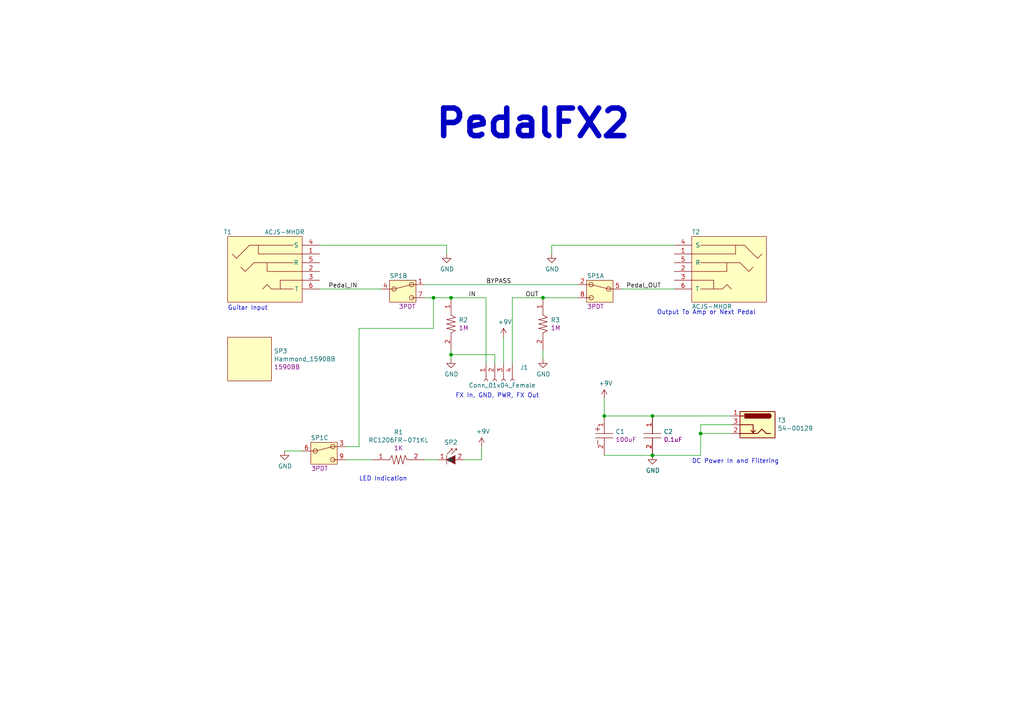
<source format=kicad_sch>
(kicad_sch (version 20230121) (generator eeschema)
  (paper "A4")
  (lib_symbols
    (symbol "PedalFX2_1590BB_Vert-rescue:3PDT-StompSwitch_Alt-Special" (pin_names (offset 1.016))
      (property "Reference" "SP" (at -8.89 3.81 0))
      (property "Value" "Special_3PDT-StompSwitch_Alt" (at 0 -5.08 0))
      (property "_Value_" "3PDT" (at 58.42 63.5 0))
      (symbol "3PDT-StompSwitch_Alt-Special_1_1"
        (rectangle (start -3.81 2.54) (end 3.81 -3.81) (fill (type background)))
        (circle (center -2.54 0) (radius 0.635))
        (polyline (pts (xy -2.54 0) (xy -3.81 0)))
        (polyline (pts (xy -2.54 0) (xy 2.54 1.27)))
        (polyline (pts (xy 3.81 -2.54) (xy 2.54 -2.54)))
        (polyline (pts (xy 3.81 1.27) (xy 2.54 1.27)))
        (circle (center 2.54 -2.54) (radius 0.635))
        (circle (center 2.54 1.27) (radius 0.635))
        (pin passive line (at 6.35 1.27 180) (length 2.54) (name "~") (number "2"))
        (pin passive line (at -6.35 0 0) (length 2.54) (name "~") (number "5"))
        (pin passive line (at 6.35 -2.54 180) (length 2.54) (name "~") (number "8"))
      )
      (symbol "3PDT-StompSwitch_Alt-Special_2_1"
        (rectangle (start -3.81 2.54) (end 3.81 2.54))
        (circle (center -2.54 0) (radius 0.635))
        (polyline (pts (xy -3.81 0) (xy -2.54 0)))
        (polyline (pts (xy -2.54 0) (xy 2.54 1.27)))
        (polyline (pts (xy 2.54 -2.54) (xy 3.81 -2.54)))
        (polyline (pts (xy 3.81 1.27) (xy 2.54 1.27)))
        (circle (center 2.54 -2.54) (radius 0.635))
        (circle (center 2.54 1.27) (radius 0.635))
        (rectangle (start 3.81 2.54) (end -3.81 -3.81) (fill (type background)))
        (pin passive line (at 6.35 1.27 180) (length 2.54) (name "~") (number "1"))
        (pin passive line (at -6.35 0 0) (length 2.54) (name "~") (number "4"))
        (pin passive line (at 6.35 -2.54 180) (length 2.54) (name "~") (number "7"))
      )
      (symbol "3PDT-StompSwitch_Alt-Special_3_1"
        (rectangle (start -3.81 2.54) (end 3.81 -3.81) (fill (type background)))
        (circle (center -2.54 0) (radius 0.635))
        (polyline (pts (xy -2.54 0) (xy -3.81 0)))
        (polyline (pts (xy -2.54 0) (xy 2.54 1.27)))
        (polyline (pts (xy 2.54 -2.54) (xy 3.81 -2.54)))
        (polyline (pts (xy 3.81 1.27) (xy 2.54 1.27)))
        (circle (center 2.54 -2.54) (radius 0.635))
        (circle (center 2.54 1.27) (radius 0.635))
        (pin passive line (at 6.35 1.27 180) (length 2.54) (name "~") (number "3"))
        (pin passive line (at -6.35 0 0) (length 2.54) (name "~") (number "6"))
        (pin passive line (at 6.35 -2.54 180) (length 2.54) (name "~") (number "9"))
      )
    )
    (symbol "PedalFX2_1590BB_Vert-rescue:54-00129-Connectors" (pin_names (offset 1.016))
      (property "Reference" "T" (at -5.08 5.08 0))
      (property "Value" "Connectors_54-00129" (at 0 -5.08 0))
      (symbol "54-00129-Connectors_1_1"
        (rectangle (start -5.08 3.81) (end 5.08 -3.81) (stroke (width 0.254)) (fill (type background)))
        (arc (start -3.302 3.175) (mid -3.9343 2.54) (end -3.302 1.905) (stroke (width 0.254)))
        (arc (start -3.302 3.175) (mid -3.9343 2.54) (end -3.302 1.905) (stroke (width 0.254)) (fill (type outline)))
        (polyline (pts (xy 1.27 -2.286) (xy 1.905 -1.651)) (stroke (width 0.254)))
        (polyline (pts (xy 5.08 2.54) (xy 3.81 2.54)) (stroke (width 0.254)))
        (polyline (pts (xy 5.08 0) (xy 1.27 0) (xy 1.27 -2.286) (xy 0.635 -1.651)) (stroke (width 0.254)))
        (polyline (pts (xy -3.81 -2.54) (xy -2.54 -2.54) (xy -1.27 -1.27) (xy 0 -2.54) (xy 2.54 -2.54) (xy 5.08 -2.54)) (stroke (width 0.254)))
        (rectangle (start 3.683 3.175) (end -3.302 1.905) (stroke (width 0.254)) (fill (type outline)))
        (pin passive line (at 7.62 2.54 180) (length 2.54) (name "~") (number "1"))
        (pin passive line (at 7.62 -2.54 180) (length 2.54) (name "~") (number "2"))
        (pin passive line (at 7.62 0 180) (length 2.54) (name "~") (number "3"))
      )
    )
    (symbol "PedalFX2_1590BB_Vert-rescue:ACJS-MHDR-Connectors" (pin_names (offset 1.016))
      (property "Reference" "T" (at 0 40.64 0))
      (property "Value" "Connectors_ACJS-MHDR" (at 3.81 43.18 0))
      (symbol "ACJS-MHDR-Connectors_0_1"
        (rectangle (start -21.59 5.08) (end 0 -13.97) (fill (type background)))
        (polyline (pts (xy -20.32 0) (xy -19.05 -1.27)))
        (polyline (pts (xy -11.43 -10.16) (xy -11.43 -10.16)))
        (polyline (pts (xy -10.16 -8.89) (xy -11.43 -10.16)))
        (polyline (pts (xy -6.35 -10.16) (xy -6.35 -7.62)))
        (polyline (pts (xy 0 -7.62) (xy -6.35 -7.62)))
        (polyline (pts (xy -2.54 -10.16) (xy -8.89 -10.16) (xy -10.16 -8.89)))
        (polyline (pts (xy -2.54 2.54) (xy -15.24 2.54) (xy -19.05 -1.27)))
        (polyline (pts (xy 0 -5.08) (xy -10.16 -5.08) (xy -10.16 -2.54)))
        (polyline (pts (xy 0 0) (xy -12.7 0) (xy -12.7 2.54)))
        (polyline (pts (xy -2.54 -2.54) (xy -13.97 -2.54) (xy -16.51 -5.08) (xy -17.78 -3.81)))
      )
      (symbol "ACJS-MHDR-Connectors_1_1"
        (pin passive line (at 5.08 0 180) (length 5.08) (name "~") (number "1"))
        (pin passive line (at 5.08 -5.08 180) (length 5.08) (name "~") (number "2"))
        (pin passive line (at 5.08 -7.62 180) (length 5.08) (name "~") (number "3"))
        (pin passive line (at 5.08 2.54 180) (length 5.08) (name "S") (number "4"))
        (pin passive line (at 5.08 -2.54 180) (length 5.08) (name "R") (number "5"))
        (pin passive line (at 5.08 -10.16 180) (length 5.08) (name "T") (number "6"))
      )
    )
    (symbol "PedalFX2_1590BB_Vert-rescue:CL21B104KCFNNNE-AVR-KiCAD-Lib-Capacitors" (pin_names (offset 1.016))
      (property "Reference" "C" (at -2.54 2.54 0))
      (property "_Value_" "0.1uF" (at 58.42 63.5 0))
      (symbol "CL21B104KCFNNNE-AVR-KiCAD-Lib-Capacitors_1_1"
        (polyline (pts (xy 0 2.54) (xy 0 -2.54)))
        (polyline (pts (xy 1.27 2.54) (xy 1.27 -2.54)))
        (pin input line (at -5.08 0 0) (length 5.08) (name "~") (number "1"))
        (pin input line (at 6.35 0 180) (length 5.08) (name "~") (number "2"))
      )
    )
    (symbol "PedalFX2_1590BB_Vert-rescue:Conn_01x04_Female-Connector" (pin_names (offset 1.016) hide)
      (property "Reference" "J" (at 0 5.08 0))
      (property "Value" "Connector_Conn_01x04_Female" (at 0 -7.62 0))
      (symbol "Conn_01x04_Female-Connector_1_1"
        (arc (start 0 -4.572) (mid -0.5058 -5.08) (end 0 -5.588) (stroke (width 0.1524)))
        (arc (start 0 -2.032) (mid -0.5058 -2.54) (end 0 -3.048) (stroke (width 0.1524)))
        (polyline (pts (xy -1.27 -5.08) (xy -0.508 -5.08)) (stroke (width 0.1524)))
        (polyline (pts (xy -1.27 -2.54) (xy -0.508 -2.54)) (stroke (width 0.1524)))
        (polyline (pts (xy -1.27 0) (xy -0.508 0)) (stroke (width 0.1524)))
        (polyline (pts (xy -1.27 2.54) (xy -0.508 2.54)) (stroke (width 0.1524)))
        (arc (start 0 0.508) (mid -0.5058 0) (end 0 -0.508) (stroke (width 0.1524)))
        (arc (start 0 3.048) (mid -0.5058 2.54) (end 0 2.032) (stroke (width 0.1524)))
        (pin passive line (at -5.08 2.54 0) (length 3.81) (name "Pin_1") (number "1"))
        (pin passive line (at -5.08 0 0) (length 3.81) (name "Pin_2") (number "2"))
        (pin passive line (at -5.08 -2.54 0) (length 3.81) (name "Pin_3") (number "3"))
        (pin passive line (at -5.08 -5.08 0) (length 3.81) (name "Pin_4") (number "4"))
      )
    )
    (symbol "PedalFX2_1590BB_Vert-rescue:HLMP-4700-C0002-Special" (pin_names (offset 1.016))
      (property "Reference" "SP" (at -2.54 2.54 0))
      (property "Value" "Special_HLMP-4700-C0002" (at 1.27 5.08 0))
      (symbol "HLMP-4700-C0002-Special_0_1"
        (polyline (pts (xy 1.651 3.175) (xy 1.143 3.175)))
      )
      (symbol "HLMP-4700-C0002-Special_1_1"
        (polyline (pts (xy -1.27 1.27) (xy -1.27 -1.27)) (stroke (width 0.1524)))
        (polyline (pts (xy 0.127 1.651) (xy 1.651 3.175) (xy 1.651 2.667)))
        (polyline (pts (xy 1.27 1.27) (xy -1.27 0) (xy 1.27 -1.27)) (fill (type outline)))
        (polyline (pts (xy -1.143 1.651) (xy 0.381 3.175) (xy 0.381 2.667) (xy 0.381 3.175) (xy -0.127 3.175)))
        (pin passive line (at -3.81 0 0) (length 2.54) (name "K") (number "1"))
        (pin passive line (at 3.81 0 180) (length 2.54) (name "A") (number "2"))
      )
    )
    (symbol "PedalFX2_1590BB_Vert-rescue:Hammond_1590BB-Special" (pin_names (offset 1.016))
      (property "Reference" "SP" (at 1.27 1.27 0))
      (property "Value" "Special_Hammond_1590BB" (at 8.89 -13.97 0))
      (property "_Value_" "1590BB" (at 58.42 63.5 0))
      (symbol "Hammond_1590BB-Special_0_1"
        (rectangle (start 0 0) (end 12.7 -12.7) (fill (type background)))
      )
    )
    (symbol "PedalFX2_1590BB_Vert-rescue:RC1206FR-071KL-Resistors" (pin_names (offset 1.016))
      (property "Reference" "R" (at -2.54 2.54 0))
      (property "Value" "Resistors_RC1206FR-071KL" (at 1.27 5.08 0))
      (property "_Value_" "1K" (at 58.42 63.5 0))
      (symbol "RC1206FR-071KL-Resistors_1_1"
        (polyline (pts (xy -2.54 0) (xy -1.905 1.27) (xy -1.27 -1.27) (xy -0.635 1.27) (xy 0 -1.27) (xy 0.635 1.27) (xy 1.27 -1.27) (xy 1.905 1.27) (xy 2.54 0)))
        (pin passive line (at -7.62 0 0) (length 5.08) (name "~") (number "1"))
        (pin passive line (at 7.62 0 180) (length 5.08) (name "~") (number "2"))
      )
    )
    (symbol "PedalFX2_1590BB_Vert-rescue:RC1206FR-071ML-Resistors" (pin_names (offset 1.016))
      (property "Reference" "R" (at -2.54 2.54 0))
      (property "Value" "Resistors_RC1206FR-071ML" (at 1.27 5.08 0))
      (property "_Value_" "1M" (at 58.42 63.5 0))
      (symbol "RC1206FR-071ML-Resistors_1_1"
        (polyline (pts (xy -2.54 0) (xy -1.905 1.27) (xy -1.27 -1.27) (xy -0.635 1.27) (xy 0 -1.27) (xy 0.635 1.27) (xy 1.27 -1.27) (xy 1.905 1.27) (xy 2.54 0)))
        (pin passive line (at -7.62 0 0) (length 5.08) (name "~") (number "1"))
        (pin passive line (at 7.62 0 180) (length 5.08) (name "~") (number "2"))
      )
    )
    (symbol "PedalFX2_1590BB_Vert-rescue:UFW1H101MPD-AVR-KiCAD-Lib-Capacitors" (pin_names (offset 1.016))
      (property "Reference" "C" (at -2.54 2.54 0))
      (property "_Value_" "100uF" (at 58.42 63.5 0))
      (symbol "UFW1H101MPD-AVR-KiCAD-Lib-Capacitors_0_1"
        (polyline (pts (xy -1.27 -1.27) (xy -1.27 -2.54)))
        (polyline (pts (xy -0.635 -1.905) (xy -1.905 -1.905)))
        (polyline (pts (xy 1.905 -1.905) (xy 3.175 -1.905)))
      )
      (symbol "UFW1H101MPD-AVR-KiCAD-Lib-Capacitors_1_1"
        (polyline (pts (xy 0 2.54) (xy 0 -2.54)))
        (polyline (pts (xy 1.27 2.54) (xy 1.27 -2.54)))
        (pin input line (at -5.08 0 0) (length 5.08) (name "~") (number "1"))
        (pin input line (at 6.35 0 180) (length 5.08) (name "~") (number "2"))
      )
    )
    (symbol "power:+9V" (power) (pin_names (offset 0))
      (property "Value" "+9V" (at 0 3.556 0))
      (symbol "+9V_0_1"
        (polyline (pts (xy -0.762 1.27) (xy 0 2.54)))
        (polyline (pts (xy 0 0) (xy 0 2.54)))
        (polyline (pts (xy 0 2.54) (xy 0.762 1.27)))
      )
      (symbol "+9V_1_1"
        (pin power_in line (at 0 0 90) (length 0) hide (name "+9V") (number "1"))
      )
    )
    (symbol "power:GND" (power) (pin_names (offset 0))
      (property "Value" "GND" (at 0 -3.81 0))
      (symbol "GND_0_1"
        (polyline (pts (xy 0 0) (xy 0 -1.27) (xy 1.27 -1.27) (xy 0 -2.54) (xy -1.27 -1.27) (xy 0 -1.27)))
      )
      (symbol "GND_1_1"
        (pin power_in line (at 0 0 270) (length 0) hide (name "GND") (number "1"))
      )
    )
  )
  (junction (at 125.73 86.36))
  (junction (at 203.2 125.73))
  (junction (at 189.23 120.65))
  (junction (at 175.26 120.65))
  (junction (at 157.48 86.36))
  (junction (at 130.81 86.36))
  (junction (at 189.23 132.08))
  (junction (at 130.81 102.87))
  (wire (pts (xy 212.09 123.19) (xy 203.2 123.19)))
  (wire (pts (xy 104.14 95.25) (xy 125.73 95.25)))
  (wire (pts (xy 125.73 95.25) (xy 125.73 86.36)))
  (wire (pts (xy 110.49 83.82) (xy 92.71 83.82)))
  (wire (pts (xy 123.19 133.35) (xy 127 133.35)))
  (wire (pts (xy 100.33 129.54) (xy 104.14 129.54)))
  (wire (pts (xy 143.51 102.87) (xy 130.81 102.87)))
  (wire (pts (xy 175.26 132.08) (xy 189.23 132.08)))
  (wire (pts (xy 123.19 82.55) (xy 167.64 82.55)))
  (wire (pts (xy 139.7 133.35) (xy 134.62 133.35)))
  (wire (pts (xy 92.71 71.12) (xy 129.54 71.12)))
  (wire (pts (xy 140.97 86.36) (xy 140.97 105.41)))
  (wire (pts (xy 175.26 115.57) (xy 175.26 120.65)))
  (wire (pts (xy 148.59 105.41) (xy 148.59 86.36)))
  (wire (pts (xy 129.54 71.12) (xy 129.54 73.66)))
  (wire (pts (xy 100.33 133.35) (xy 107.95 133.35)))
  (wire (pts (xy 212.09 125.73) (xy 203.2 125.73)))
  (wire (pts (xy 130.81 86.36) (xy 140.97 86.36)))
  (wire (pts (xy 139.7 129.54) (xy 139.7 133.35)))
  (wire (pts (xy 125.73 86.36) (xy 130.81 86.36)))
  (wire (pts (xy 160.02 71.12) (xy 160.02 73.66)))
  (wire (pts (xy 157.48 101.6) (xy 157.48 104.14)))
  (wire (pts (xy 203.2 132.08) (xy 189.23 132.08)))
  (wire (pts (xy 195.58 71.12) (xy 160.02 71.12)))
  (wire (pts (xy 143.51 105.41) (xy 143.51 102.87)))
  (wire (pts (xy 203.2 125.73) (xy 203.2 132.08)))
  (wire (pts (xy 189.23 120.65) (xy 212.09 120.65)))
  (wire (pts (xy 189.23 120.65) (xy 175.26 120.65)))
  (wire (pts (xy 130.81 104.14) (xy 130.81 102.87)))
  (wire (pts (xy 123.19 86.36) (xy 125.73 86.36)))
  (wire (pts (xy 87.63 130.81) (xy 82.55 130.81)))
  (wire (pts (xy 130.81 102.87) (xy 130.81 101.6)))
  (wire (pts (xy 203.2 123.19) (xy 203.2 125.73)))
  (wire (pts (xy 146.05 97.79) (xy 146.05 105.41)))
  (wire (pts (xy 104.14 129.54) (xy 104.14 95.25)))
  (wire (pts (xy 157.48 86.36) (xy 167.64 86.36)))
  (wire (pts (xy 195.58 83.82) (xy 180.34 83.82)))
  (wire (pts (xy 148.59 86.36) (xy 157.48 86.36)))
  (text "DC Power In and Filtering" (at 200.66 134.62 0) (effects (font (size 1.27 1.27)) (justify left bottom)))
  (text "LED Indication" (at 104.14 139.7 0) (effects (font (size 1.27 1.27)) (justify left bottom)))
  (text "Guitar Input" (at 66.04 90.17 0) (effects (font (size 1.27 1.27)) (justify left bottom)))
  (text "PedalFX2" (at 125.73 40.64 0) (effects (font (size 8.001 8.001) (thickness 1.6002) bold) (justify left bottom)))
  (text "Output To Amp or Next Pedal" (at 190.5 91.44 0) (effects (font (size 1.27 1.27)) (justify left bottom)))
  (text "FX In, GND, PWR, FX Out" (at 132.08 115.57 0) (effects (font (size 1.27 1.27)) (justify left bottom)))
  (label "BYPASS" (at 140.97 82.55 0))
  (label "IN" (at 135.89 86.36 0))
  (label "OUT" (at 152.4 86.36 0))
  (label "Pedal_IN" (at 95.25 83.82 0))
  (label "Pedal_OUT" (at 181.61 83.82 0))
  (symbol (lib_id "PedalFX2_1590BB_Vert-rescue:3PDT-StompSwitch_Alt-Special") (at 173.99 83.82 0) (mirror y) (unit 1)
    (property "Reference" "SP1" (at 172.72 80.01 0))
    (property "Value" "3PDT-StompSwitch_Alt" (effects hide))
    (property "Footprint" "AVR-KiCAD-Lib-Special:Switches_Stomp_Switch_3PDT" (effects hide))
    (property "Cost QTY: 1" "*" (effects hide))
    (property "Cost QTY: 1000" "*" (effects hide))
    (property "Cost QTY: 2500" "*" (effects hide))
    (property "Cost QTY: 5000" "*" (effects hide))
    (property "Cost QTY: 10000" "*" (effects hide))
    (property "MFR" "*" (effects hide))
    (property "MFR#" "*" (effects hide))
    (property "Vendor" "*" (effects hide))
    (property "Vendor #" "*" (effects hide))
    (property "Designer" "*" (effects hide))
    (property "Height" "*" (effects hide))
    (property "Date Created" "4/28/2019" (effects hide))
    (property "Date Modified" "4/28/2019" (effects hide))
    (property "Lead-Free ?" "*" (effects hide))
    (property "RoHS Levels" "*" (effects hide))
    (property "Mounting" "*" (effects hide))
    (property "Pin Count #" "*" (effects hide))
    (property "Status" "*" (effects hide))
    (property "Tolerance" "*" (effects hide))
    (property "Type" "*" (effects hide))
    (property "Voltage" "*" (effects hide))
    (property "Package" "*" (effects hide))
    (property "Description" "*" (effects hide))
    (property "_Value_" "3PDT" (at 172.72 88.9 0))
    (property "Management_ID" "*" (effects hide))
  )
  (symbol (lib_id "PedalFX2_1590BB_Vert-rescue:3PDT-StompSwitch_Alt-Special") (at 116.84 83.82 0) (unit 2)
    (property "Reference" "SP1" (at 115.57 80.01 0))
    (property "Value" "3PDT-StompSwitch_Alt" (effects hide))
    (property "Footprint" "AVR-KiCAD-Lib-Special:Switches_Stomp_Switch_3PDT" (effects hide))
    (property "Cost QTY: 1" "*" (effects hide))
    (property "Cost QTY: 1000" "*" (effects hide))
    (property "Cost QTY: 2500" "*" (effects hide))
    (property "Cost QTY: 5000" "*" (effects hide))
    (property "Cost QTY: 10000" "*" (effects hide))
    (property "MFR" "*" (effects hide))
    (property "MFR#" "*" (effects hide))
    (property "Vendor" "*" (effects hide))
    (property "Vendor #" "*" (effects hide))
    (property "Designer" "*" (effects hide))
    (property "Height" "*" (effects hide))
    (property "Date Created" "4/28/2019" (effects hide))
    (property "Date Modified" "4/28/2019" (effects hide))
    (property "Lead-Free ?" "*" (effects hide))
    (property "RoHS Levels" "*" (effects hide))
    (property "Mounting" "*" (effects hide))
    (property "Pin Count #" "*" (effects hide))
    (property "Status" "*" (effects hide))
    (property "Tolerance" "*" (effects hide))
    (property "Type" "*" (effects hide))
    (property "Voltage" "*" (effects hide))
    (property "Package" "*" (effects hide))
    (property "Description" "*" (effects hide))
    (property "_Value_" "3PDT" (at 118.11 88.9 0))
    (property "Management_ID" "*" (effects hide))
  )
  (symbol (lib_id "PedalFX2_1590BB_Vert-rescue:3PDT-StompSwitch_Alt-Special") (at 93.98 130.81 0) (unit 3)
    (property "Reference" "SP1" (at 92.71 127 0))
    (property "Value" "3PDT-StompSwitch_Alt" (effects hide))
    (property "Footprint" "AVR-KiCAD-Lib-Special:Switches_Stomp_Switch_3PDT" (effects hide))
    (property "Cost QTY: 1" "*" (effects hide))
    (property "Cost QTY: 1000" "*" (effects hide))
    (property "Cost QTY: 2500" "*" (effects hide))
    (property "Cost QTY: 5000" "*" (effects hide))
    (property "Cost QTY: 10000" "*" (effects hide))
    (property "MFR" "*" (effects hide))
    (property "MFR#" "*" (effects hide))
    (property "Vendor" "*" (effects hide))
    (property "Vendor #" "*" (effects hide))
    (property "Designer" "*" (effects hide))
    (property "Height" "*" (effects hide))
    (property "Date Created" "4/28/2019" (effects hide))
    (property "Date Modified" "4/28/2019" (effects hide))
    (property "Lead-Free ?" "*" (effects hide))
    (property "RoHS Levels" "*" (effects hide))
    (property "Mounting" "*" (effects hide))
    (property "Pin Count #" "*" (effects hide))
    (property "Status" "*" (effects hide))
    (property "Tolerance" "*" (effects hide))
    (property "Type" "*" (effects hide))
    (property "Voltage" "*" (effects hide))
    (property "Package" "*" (effects hide))
    (property "Description" "*" (effects hide))
    (property "_Value_" "3PDT" (at 92.71 135.89 0))
    (property "Management_ID" "*" (effects hide))
  )
  (symbol (lib_id "power:GND") (at 129.54 73.66 0) (unit 1)
    (property "Reference" "#PWR02" (effects hide))
    (property "Value" "GND" (at 129.667 78.0542 0))
  )
  (symbol (lib_id "power:GND") (at 160.02 73.66 0) (unit 1)
    (property "Reference" "#PWR07" (effects hide))
    (property "Value" "GND" (at 160.147 78.0542 0))
  )
  (symbol (lib_id "PedalFX2_1590BB_Vert-rescue:Conn_01x04_Female-Connector") (at 143.51 110.49 90) (mirror x) (unit 1)
    (property "Reference" "J1" (at 150.8252 106.5784 90) (effects (justify right)))
    (property "Value" "Conn_01x04_Female" (at 135.89 111.76 90) (effects (justify right)))
    (property "Footprint" "Connector_PinHeader_2.54mm:PinHeader_1x04_P2.54mm_Vertical" (effects hide))
  )
  (symbol (lib_id "PedalFX2_1590BB_Vert-rescue:RC1206FR-071ML-Resistors") (at 130.81 93.98 270) (unit 1)
    (property "Reference" "R2" (at 133.0452 92.8116 90) (effects (justify left)))
    (property "Value" "RC1206FR-071ML" (effects hide))
    (property "Footprint" "AVR-KiCAD-Lib-Resistors:R1206" (effects hide))
    (property "Datasheet" "http://www.yageo.com/documents/recent/PYu-RC_Group_51_RoHS_L_10.pdf" (effects hide))
    (property "Cost QTY: 1" "0.100" (effects hide))
    (property "Cost QTY: 1000" "0.01480" (effects hide))
    (property "Cost QTY: 2500" "0.01300" (effects hide))
    (property "Cost QTY: 5000" "*" (effects hide))
    (property "Cost QTY: 10000" "*" (effects hide))
    (property "MFR" "Yageo" (effects hide))
    (property "MFR#" "RC1206FR-071ML" (effects hide))
    (property "Vendor" "Digikey" (effects hide))
    (property "Vendor #" "311-1.00MFRCT-ND" (effects hide))
    (property "Designer" "AVR" (effects hide))
    (property "Height" "0.65mm" (effects hide))
    (property "Date Created" "4/28/2019" (effects hide))
    (property "Date Modified" "4/28/2019" (effects hide))
    (property "Lead-Free ?" "Yes" (effects hide))
    (property "RoHS Levels" "1" (effects hide))
    (property "Mounting" "SMT" (effects hide))
    (property "Pin Count #" "2" (effects hide))
    (property "Status" "Active" (effects hide))
    (property "Tolerance" "1%" (effects hide))
    (property "Type" "SMT Chip Resistor" (effects hide))
    (property "Voltage" "*" (effects hide))
    (property "Package" "1206" (effects hide))
    (property "_Value_" "1M" (at 133.0452 95.123 90) (effects (justify left)))
    (property "Management_ID" "*" (effects hide))
    (property "Description" "RES SMD 1M OHM 1% 1/4W 1206" (effects hide))
  )
  (symbol (lib_id "PedalFX2_1590BB_Vert-rescue:RC1206FR-071ML-Resistors") (at 157.48 93.98 270) (unit 1)
    (property "Reference" "R3" (at 159.7152 92.8116 90) (effects (justify left)))
    (property "Value" "RC1206FR-071ML" (effects hide))
    (property "Footprint" "AVR-KiCAD-Lib-Resistors:R1206" (effects hide))
    (property "Datasheet" "http://www.yageo.com/documents/recent/PYu-RC_Group_51_RoHS_L_10.pdf" (effects hide))
    (property "Cost QTY: 1" "0.100" (effects hide))
    (property "Cost QTY: 1000" "0.01480" (effects hide))
    (property "Cost QTY: 2500" "0.01300" (effects hide))
    (property "Cost QTY: 5000" "*" (effects hide))
    (property "Cost QTY: 10000" "*" (effects hide))
    (property "MFR" "Yageo" (effects hide))
    (property "MFR#" "RC1206FR-071ML" (effects hide))
    (property "Vendor" "Digikey" (effects hide))
    (property "Vendor #" "311-1.00MFRCT-ND" (effects hide))
    (property "Designer" "AVR" (effects hide))
    (property "Height" "0.65mm" (effects hide))
    (property "Date Created" "4/28/2019" (effects hide))
    (property "Date Modified" "4/28/2019" (effects hide))
    (property "Lead-Free ?" "Yes" (effects hide))
    (property "RoHS Levels" "1" (effects hide))
    (property "Mounting" "SMT" (effects hide))
    (property "Pin Count #" "2" (effects hide))
    (property "Status" "Active" (effects hide))
    (property "Tolerance" "1%" (effects hide))
    (property "Type" "SMT Chip Resistor" (effects hide))
    (property "Voltage" "*" (effects hide))
    (property "Package" "1206" (effects hide))
    (property "_Value_" "1M" (at 159.7152 95.123 90) (effects (justify left)))
    (property "Management_ID" "*" (effects hide))
    (property "Description" "RES SMD 1M OHM 1% 1/4W 1206" (effects hide))
  )
  (symbol (lib_id "power:GND") (at 157.48 104.14 0) (unit 1)
    (property "Reference" "#PWR06" (effects hide))
    (property "Value" "GND" (at 157.607 108.5342 0))
  )
  (symbol (lib_id "power:GND") (at 130.81 104.14 0) (unit 1)
    (property "Reference" "#PWR03" (effects hide))
    (property "Value" "GND" (at 130.937 108.5342 0))
  )
  (symbol (lib_id "power:+9V") (at 146.05 97.79 0) (unit 1)
    (property "Reference" "#PWR05" (effects hide))
    (property "Value" "+9V" (at 146.431 93.3958 0))
  )
  (symbol (lib_id "PedalFX2_1590BB_Vert-rescue:RC1206FR-071KL-Resistors") (at 115.57 133.35 0) (unit 1)
    (property "Reference" "R1" (at 115.57 125.349 0))
    (property "Value" "RC1206FR-071KL" (at 115.57 127.6604 0))
    (property "Footprint" "AVR-KiCAD-Lib-Resistors:R1206" (effects hide))
    (property "Datasheet" "http://www.yageo.com/documents/recent/PYu-RC_Group_51_RoHS_L_10.pdf" (effects hide))
    (property "Cost QTY: 1" "0.10" (effects hide))
    (property "Cost QTY: 1000" "0.01480" (effects hide))
    (property "Cost QTY: 2500" "0.01300" (effects hide))
    (property "Cost QTY: 5000" "*" (effects hide))
    (property "Cost QTY: 10000" "*" (effects hide))
    (property "MFR" "Yageo" (effects hide))
    (property "MFR#" "RC1206FR-071KL" (effects hide))
    (property "Vendor" "Digikey" (effects hide))
    (property "Vendor #" "311-1.00KFRCT-ND" (effects hide))
    (property "Designer" "AVR" (effects hide))
    (property "Height" "0.65mm" (effects hide))
    (property "Date Created" "4/28/2019" (effects hide))
    (property "Date Modified" "4/28/2019" (effects hide))
    (property "Lead-Free ?" "Yes" (effects hide))
    (property "RoHS Levels" "1" (effects hide))
    (property "Mounting" "SMT" (effects hide))
    (property "Pin Count #" "2" (effects hide))
    (property "Status" "Active" (effects hide))
    (property "Tolerance" "1%" (effects hide))
    (property "Type" "SMT Chip Resistor" (effects hide))
    (property "Voltage" "*" (effects hide))
    (property "Package" "1206" (effects hide))
    (property "_Value_" "1K" (at 115.57 129.9718 0))
    (property "Management_ID" "*" (effects hide))
    (property "Description" "RES SMD 1K OHM 1% 1/4W 1206" (effects hide))
  )
  (symbol (lib_id "PedalFX2_1590BB_Vert-rescue:HLMP-4700-C0002-Special") (at 130.81 133.35 0) (unit 1)
    (property "Reference" "SP2" (at 130.81 128.2954 0))
    (property "Value" "HLMP-4700-C0002" (effects hide))
    (property "Footprint" "AVR-KiCAD-Lib-Diodesl:LED_D5.0mm" (effects hide))
    (property "Datasheet" "https://docs.broadcom.com/docs/AV02-1557EN" (effects hide))
    (property "Cost QTY: 1" "0.61000" (effects hide))
    (property "Cost QTY: 1000" "*" (effects hide))
    (property "Cost QTY: 2500" "*" (effects hide))
    (property "Cost QTY: 5000" "*" (effects hide))
    (property "Cost QTY: 10000" "*" (effects hide))
    (property "MFR" "Broadcom" (effects hide))
    (property "MFR#" "HLMP-4700-C0002" (effects hide))
    (property "Vendor" "Digikey" (effects hide))
    (property "Vendor #" "516-2483-1-ND" (effects hide))
    (property "Designer" "AVR" (effects hide))
    (property "Height" "9.19mm" (effects hide))
    (property "Date Created" "4/29/2019" (effects hide))
    (property "Date Modified" "4/29/2019" (effects hide))
    (property "Lead-Free ?" "Yes" (effects hide))
    (property "RoHS Levels" "1" (effects hide))
    (property "Mounting" "ThroughHole" (effects hide))
    (property "Pin Count #" "2" (effects hide))
    (property "Status" "Active" (effects hide))
    (property "Tolerance" "*" (effects hide))
    (property "Type" "LED ThroughHole" (effects hide))
    (property "Voltage" "1.7V" (effects hide))
    (property "Package" "5mm" (effects hide))
    (property "Description" "LED RED DIFFUSED T-1 3/4 T/H" (effects hide))
    (property "_Value_" "HLMP-4700-C0002" (effects hide))
    (property "Management_ID" "*" (effects hide))
  )
  (symbol (lib_id "power:+9V") (at 139.7 129.54 0) (unit 1)
    (property "Reference" "#PWR04" (effects hide))
    (property "Value" "+9V" (at 140.081 125.1458 0))
  )
  (symbol (lib_id "power:GND") (at 82.55 130.81 0) (unit 1)
    (property "Reference" "#PWR01" (effects hide))
    (property "Value" "GND" (at 82.677 135.2042 0))
  )
  (symbol (lib_id "PedalFX2_1590BB_Vert-rescue:CL21B104KCFNNNE-AVR-KiCAD-Lib-Capacitors") (at 189.23 125.73 270) (unit 1)
    (property "Reference" "C2" (at 192.4812 125.1966 90) (effects (justify left)))
    (property "Value" "CL21B104KCFNNNE" (effects hide))
    (property "Footprint" "AVR-KiCAD-Lib-Capacitors:C0805" (effects hide))
    (property "Datasheet" "https://www.samsungsem.com/kr/support/product-search/mlcc/__icsFiles/afieldfile/2018/07/23/CL21B104KCFNNNE.pdf" (effects hide))
    (property "Cost QTY: 1" "0.100" (effects hide))
    (property "Cost QTY: 1000" "0.01874" (effects hide))
    (property "Cost QTY: 2500" "*" (effects hide))
    (property "Cost QTY: 5000" "*" (effects hide))
    (property "Cost QTY: 10000" "*" (effects hide))
    (property "MFR" "Samsung Electro-Mechanics" (effects hide))
    (property "MFR#" "CL21B104KCFNNNE" (effects hide))
    (property "Vendor" "Digikey" (effects hide))
    (property "Vendor #" "1276-6840-1-ND" (effects hide))
    (property "Designer" "AVR" (effects hide))
    (property "Height" "1.35mm" (effects hide))
    (property "Date Created" "4/29/2019" (effects hide))
    (property "Date Modified" "4/29/2019" (effects hide))
    (property "Lead-Free ?" "Yes" (effects hide))
    (property "RoHS Levels" "1" (effects hide))
    (property "Mounting" "SMT" (effects hide))
    (property "Pin Count #" "2" (effects hide))
    (property "Status" "Active" (effects hide))
    (property "Tolerance" "10%" (effects hide))
    (property "Type" "SMT Ceramic Cap" (effects hide))
    (property "Voltage" "100V" (effects hide))
    (property "Package" "0805" (effects hide))
    (property "Description" "CAP CER 0.1UF 100V X7R 0805" (effects hide))
    (property "_Value_" "0.1uF" (at 192.4812 127.508 90) (effects (justify left)))
    (property "Management_ID" "*" (effects hide))
  )
  (symbol (lib_id "power:+9V") (at 175.26 115.57 0) (unit 1)
    (property "Reference" "#PWR08" (effects hide))
    (property "Value" "+9V" (at 175.641 111.1758 0))
  )
  (symbol (lib_id "power:GND") (at 189.23 132.08 0) (unit 1)
    (property "Reference" "#PWR09" (effects hide))
    (property "Value" "GND" (at 189.357 136.4742 0))
  )
  (symbol (lib_id "PedalFX2_1590BB_Vert-rescue:UFW1H101MPD-AVR-KiCAD-Lib-Capacitors") (at 175.26 125.73 270) (unit 1)
    (property "Reference" "C1" (at 178.5112 125.1966 90) (effects (justify left)))
    (property "Value" "UFW1H101MPD" (effects hide))
    (property "Footprint" "AVR-KiCAD-Lib-Capacitors:CP_Radial_D8.0mm_P3.50mm" (effects hide))
    (property "Datasheet" "http://nichicon-us.com/english/products/pdfs/e-ufw.pdf" (effects hide))
    (property "Cost QTY: 1" "0.42000" (effects hide))
    (property "Cost QTY: 1000" "0.11096" (effects hide))
    (property "Cost QTY: 2500" "0.10512" (effects hide))
    (property "Cost QTY: 5000" "0.09928" (effects hide))
    (property "Cost QTY: 10000" "*" (effects hide))
    (property "MFR" "Nichicon" (effects hide))
    (property "MFR#" "UFW1H101MPD" (effects hide))
    (property "Vendor" "Digikey" (effects hide))
    (property "Vendor #" "493-15135-ND" (effects hide))
    (property "Designer" "AVR" (effects hide))
    (property "Height" "11.50mm" (effects hide))
    (property "Date Created" "4/29/2019" (effects hide))
    (property "Date Modified" "4/29/2019" (effects hide))
    (property "Lead-Free ?" "Yes" (effects hide))
    (property "RoHS Levels" "1" (effects hide))
    (property "Mounting" "ThroughHole" (effects hide))
    (property "Pin Count #" "2" (effects hide))
    (property "Status" "Active" (effects hide))
    (property "Tolerance" "20%" (effects hide))
    (property "Type" "Alu Electrolytic Cap" (effects hide))
    (property "Voltage" "50V" (effects hide))
    (property "Package" "Radial8X11.5X3.5" (effects hide))
    (property "Description" "CAP ALUM 100UF 20% 50V RADIAL" (effects hide))
    (property "_Value_" "100uF" (at 178.5112 127.508 90) (effects (justify left)))
    (property "Management_ID" "*" (effects hide))
  )
  (symbol (lib_id "PedalFX2_1590BB_Vert-rescue:54-00129-Connectors") (at 219.71 123.19 0) (mirror y) (unit 1)
    (property "Reference" "T3" (at 225.552 121.92 0) (effects (justify right)))
    (property "Value" "54-00129" (at 225.552 124.2314 0) (effects (justify right)))
    (property "Footprint" "AVR-KiCAD-Lib-Connectors:BarrelJack_Horizontal" (effects hide))
    (property "Datasheet" "https://tensility.s3.amazonaws.com/uploads/pdffiles/54-00129.pdf?X-Amz-Expires=600&X-Amz-Date=20190429T194025Z&X-Amz-Algorithm=AWS4-HMAC-SHA256&X-Amz-Credential=AKIAIS2S4WRDQDSWDRZQ%2F20190429%2Fus-west-2%2Fs3%2Faws4_request&X-Amz-SignedHeaders=host&X-Amz-Signature=99ed9c1577b582c8da530602e03991aa31410fe8aa1a56b6fd76746e6c00ec53" (effects hide))
    (property "Cost QTY: 1" "0.93000" (effects hide))
    (property "Cost QTY: 1000" "0.51066" (effects hide))
    (property "Cost QTY: 2500" "0.46278" (effects hide))
    (property "Cost QTY: 5000" "*" (effects hide))
    (property "Cost QTY: 10000" "*" (effects hide))
    (property "MFR" "Tensility International Corp" (effects hide))
    (property "MFR#" "54-00129" (effects hide))
    (property "Vendor" "Digikey" (effects hide))
    (property "Vendor #" "839-1512-ND" (effects hide))
    (property "Designer" "AVR" (effects hide))
    (property "Height" "10.8mm" (effects hide))
    (property "Date Created" "4/29/2019" (effects hide))
    (property "Date Modified" "4/29/2019" (effects hide))
    (property "Lead-Free ?" "Yes" (effects hide))
    (property "RoHS Levels" "1" (effects hide))
    (property "Mounting" "ThroughHole" (effects hide))
    (property "Pin Count #" "3" (effects hide))
    (property "Status" "Active" (effects hide))
    (property "Tolerance" "*" (effects hide))
    (property "Type" "Barrel Jack Connector" (effects hide))
    (property "Voltage" "48V" (effects hide))
    (property "Package" "Barrel Jack" (effects hide))
    (property "Description" "Power Barrel Connector Jack 2.10mm ID (0.083\"), 5.50mm OD (0.217\") Through Hole, Right Angle" (effects hide))
    (property "_Value_" "54-00129" (effects hide))
    (property "Management_ID" "*" (effects hide))
  )
  (symbol (lib_id "PedalFX2_1590BB_Vert-rescue:Hammond_1590BB-Special") (at 66.04 97.79 0) (unit 1)
    (property "Reference" "SP3" (at 79.4512 101.8286 0) (effects (justify left)))
    (property "Value" "Hammond_1590BB" (at 79.4512 104.14 0) (effects (justify left)))
    (property "Footprint" "AVR-KiCAD-Lib-Special:1590BB" (effects hide))
    (property "Datasheet" "https://www.hammfg.com/electronics/small-case/diecast/1590.pdf" (effects hide))
    (property "Cost QTY: 1" "10.01000" (effects hide))
    (property "Cost QTY: 1000" "7.22800" (effects hide))
    (property "Cost QTY: 2500" "*" (effects hide))
    (property "Cost QTY: 5000" "*" (effects hide))
    (property "Cost QTY: 10000" "*" (effects hide))
    (property "MFR" "Hammond Manufacturing" (effects hide))
    (property "MFR#" "1590BB" (effects hide))
    (property "Vendor" "Digikey" (effects hide))
    (property "Vendor #" "HM152-ND" (effects hide))
    (property "Designer" "AVR" (effects hide))
    (property "Height" "34mm" (effects hide))
    (property "Date Created" "5/9/2019" (effects hide))
    (property "Date Modified" "5/9/2019" (effects hide))
    (property "Lead-Free ?" "Yes" (effects hide))
    (property "RoHS Levels" "1" (effects hide))
    (property "Mounting" "*" (effects hide))
    (property "Pin Count #" "*" (effects hide))
    (property "Status" "*" (effects hide))
    (property "Tolerance" "*" (effects hide))
    (property "Type" "Enclosure, Cast Aluminum " (effects hide))
    (property "Voltage" "*" (effects hide))
    (property "Package" "*" (effects hide))
    (property "Description" "BOX ALUM UNPAINTED 4.71\"LX3.7\"W" (effects hide))
    (property "_Value_" "1590BB" (at 79.4512 106.4514 0) (effects (justify left)))
    (property "Management_ID" "*" (effects hide))
  )
  (symbol (lib_id "PedalFX2_1590BB_Vert-rescue:ACJS-MHDR-Connectors") (at 87.63 73.66 0) (unit 1)
    (property "Reference" "T1" (at 66.04 67.31 0))
    (property "Value" "ACJS-MHDR" (at 82.55 67.31 0))
    (property "Footprint" "AVR-KiCAD-Lib-Connectors:ACJS-MHDR" (effects hide))
    (property "Cost QTY: 1" "1.41000" (effects hide))
    (property "Cost QTY: 1000" "0.81420" (effects hide))
    (property "Cost QTY: 2500" "0.74520" (effects hide))
    (property "Cost QTY: 5000" "*" (effects hide))
    (property "Cost QTY: 10000" "*" (effects hide))
    (property "MFR" "Amphenol Sine Systems Corp" (effects hide))
    (property "MFR#" "ACJS-MHDR" (effects hide))
    (property "Vendor" "Digikey" (effects hide))
    (property "Vendor #" "889-1817-ND" (effects hide))
    (property "Designer" "AVR" (effects hide))
    (property "Height" "12.7mm" (effects hide))
    (property "Date Created" "1/5/2019" (effects hide))
    (property "Date Modified" "1/5/2019" (effects hide))
    (property "Lead-Free ?" "Yes" (effects hide))
    (property "RoHS Levels" "RoHS 1" (effects hide))
    (property "Mounting" "ThroughHole" (effects hide))
    (property "Pin Count #" "6" (effects hide))
    (property "Status" "Active" (effects hide))
    (property "Tolerance" "*" (effects hide))
    (property "Type" "TRS Connector 6.35mm" (effects hide))
    (property "Voltage" "*" (effects hide))
    (property "Package" "*" (effects hide))
    (property "Description" "CONN JACK STEREO 1/4\" R/A" (effects hide))
    (property "_Value_" "ACJS-MHDR" (effects hide))
    (property "Management_ID" "*" (effects hide))
  )
  (symbol (lib_id "PedalFX2_1590BB_Vert-rescue:ACJS-MHDR-Connectors") (at 200.66 73.66 0) (mirror y) (unit 1)
    (property "Reference" "T2" (at 200.66 67.31 0) (effects (justify right)))
    (property "Value" "ACJS-MHDR" (at 200.66 88.9 0) (effects (justify right)))
    (property "Footprint" "AVR-KiCAD-Lib-Connectors:ACJS-MHDR" (effects hide))
    (property "Cost QTY: 1" "1.41000" (effects hide))
    (property "Cost QTY: 1000" "0.81420" (effects hide))
    (property "Cost QTY: 2500" "0.74520" (effects hide))
    (property "Cost QTY: 5000" "*" (effects hide))
    (property "Cost QTY: 10000" "*" (effects hide))
    (property "MFR" "Amphenol Sine Systems Corp" (effects hide))
    (property "MFR#" "ACJS-MHDR" (effects hide))
    (property "Vendor" "Digikey" (effects hide))
    (property "Vendor #" "889-1817-ND" (effects hide))
    (property "Designer" "AVR" (effects hide))
    (property "Height" "12.7mm" (effects hide))
    (property "Date Created" "1/5/2019" (effects hide))
    (property "Date Modified" "1/5/2019" (effects hide))
    (property "Lead-Free ?" "Yes" (effects hide))
    (property "RoHS Levels" "RoHS 1" (effects hide))
    (property "Mounting" "ThroughHole" (effects hide))
    (property "Pin Count #" "6" (effects hide))
    (property "Status" "Active" (effects hide))
    (property "Tolerance" "*" (effects hide))
    (property "Type" "TRS Connector 6.35mm" (effects hide))
    (property "Voltage" "*" (effects hide))
    (property "Package" "*" (effects hide))
    (property "Description" "CONN JACK STEREO 1/4\" R/A" (effects hide))
    (property "_Value_" "ACJS-MHDR" (effects hide))
    (property "Management_ID" "*" (effects hide))
  )
)
</source>
